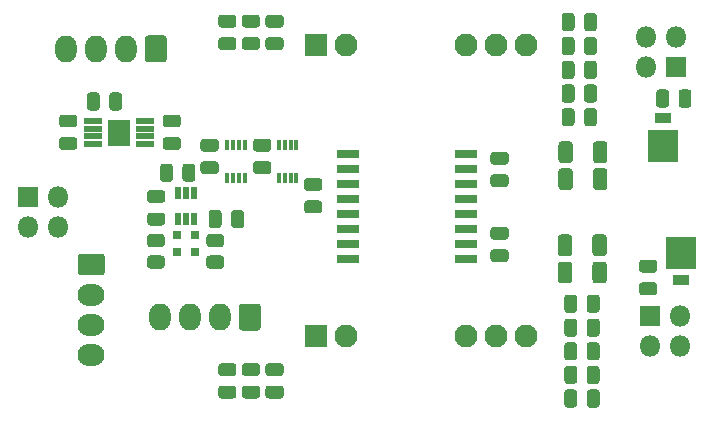
<source format=gts>
G04 #@! TF.GenerationSoftware,KiCad,Pcbnew,(5.1.6)-1*
G04 #@! TF.CreationDate,2021-04-15T23:13:23+02:00*
G04 #@! TF.ProjectId,GateDriver,47617465-4472-4697-9665-722e6b696361,rev?*
G04 #@! TF.SameCoordinates,Original*
G04 #@! TF.FileFunction,Soldermask,Top*
G04 #@! TF.FilePolarity,Negative*
%FSLAX46Y46*%
G04 Gerber Fmt 4.6, Leading zero omitted, Abs format (unit mm)*
G04 Created by KiCad (PCBNEW (5.1.6)-1) date 2021-04-15 23:13:23*
%MOMM*%
%LPD*%
G01*
G04 APERTURE LIST*
%ADD10R,1.370000X0.862000*%
%ADD11R,2.640000X2.770000*%
%ADD12O,1.800000X1.800000*%
%ADD13R,1.800000X1.800000*%
%ADD14O,1.840000X2.290000*%
%ADD15O,2.290000X1.840000*%
%ADD16R,0.800000X0.700000*%
%ADD17R,0.500000X1.000000*%
%ADD18R,0.400000X0.900000*%
%ADD19R,1.946000X2.250000*%
%ADD20R,1.500000X0.550000*%
%ADD21C,1.950000*%
%ADD22R,1.950000X1.950000*%
%ADD23R,1.900000X0.750000*%
G04 APERTURE END LIST*
D10*
X112625000Y-73701000D03*
D11*
X112625000Y-71350000D03*
D10*
X111100000Y-59974000D03*
D11*
X111100000Y-62325000D03*
D12*
X112590000Y-79240000D03*
X112590000Y-76700000D03*
X110050000Y-79240000D03*
D13*
X110050000Y-76700000D03*
D12*
X109685000Y-53110000D03*
X109685000Y-55650000D03*
X112225000Y-53110000D03*
D13*
X112225000Y-55650000D03*
D12*
X59890000Y-69190000D03*
X59890000Y-66650000D03*
X57350000Y-69190000D03*
D13*
X57350000Y-66650000D03*
D14*
X60580000Y-54100000D03*
X63120000Y-54100000D03*
X65660000Y-54100000D03*
G36*
G01*
X69120000Y-53219367D02*
X69120000Y-54980633D01*
G75*
G02*
X68855633Y-55245000I-264367J0D01*
G01*
X67544367Y-55245000D01*
G75*
G02*
X67280000Y-54980633I0J264367D01*
G01*
X67280000Y-53219367D01*
G75*
G02*
X67544367Y-52955000I264367J0D01*
G01*
X68855633Y-52955000D01*
G75*
G02*
X69120000Y-53219367I0J-264367D01*
G01*
G37*
X68530000Y-76800000D03*
X71070000Y-76800000D03*
X73610000Y-76800000D03*
G36*
G01*
X77070000Y-75919367D02*
X77070000Y-77680633D01*
G75*
G02*
X76805633Y-77945000I-264367J0D01*
G01*
X75494367Y-77945000D01*
G75*
G02*
X75230000Y-77680633I0J264367D01*
G01*
X75230000Y-75919367D01*
G75*
G02*
X75494367Y-75655000I264367J0D01*
G01*
X76805633Y-75655000D01*
G75*
G02*
X77070000Y-75919367I0J-264367D01*
G01*
G37*
D15*
X62750000Y-79970000D03*
X62750000Y-77430000D03*
X62750000Y-74890000D03*
G36*
G01*
X61869367Y-71430000D02*
X63630633Y-71430000D01*
G75*
G02*
X63895000Y-71694367I0J-264367D01*
G01*
X63895000Y-73005633D01*
G75*
G02*
X63630633Y-73270000I-264367J0D01*
G01*
X61869367Y-73270000D01*
G75*
G02*
X61605000Y-73005633I0J264367D01*
G01*
X61605000Y-71694367D01*
G75*
G02*
X61869367Y-71430000I264367J0D01*
G01*
G37*
D16*
X71475000Y-71250000D03*
X71475000Y-69850000D03*
X69950000Y-69850000D03*
X69950000Y-71250000D03*
G36*
G01*
X68725000Y-67150000D02*
X67725000Y-67150000D01*
G75*
G02*
X67450000Y-66875000I0J275000D01*
G01*
X67450000Y-66325000D01*
G75*
G02*
X67725000Y-66050000I275000J0D01*
G01*
X68725000Y-66050000D01*
G75*
G02*
X69000000Y-66325000I0J-275000D01*
G01*
X69000000Y-66875000D01*
G75*
G02*
X68725000Y-67150000I-275000J0D01*
G01*
G37*
G36*
G01*
X68725000Y-69050000D02*
X67725000Y-69050000D01*
G75*
G02*
X67450000Y-68775000I0J275000D01*
G01*
X67450000Y-68225000D01*
G75*
G02*
X67725000Y-67950000I275000J0D01*
G01*
X68725000Y-67950000D01*
G75*
G02*
X69000000Y-68225000I0J-275000D01*
G01*
X69000000Y-68775000D01*
G75*
G02*
X68725000Y-69050000I-275000J0D01*
G01*
G37*
G36*
G01*
X74575000Y-69000000D02*
X74575000Y-68000000D01*
G75*
G02*
X74850000Y-67725000I275000J0D01*
G01*
X75400000Y-67725000D01*
G75*
G02*
X75675000Y-68000000I0J-275000D01*
G01*
X75675000Y-69000000D01*
G75*
G02*
X75400000Y-69275000I-275000J0D01*
G01*
X74850000Y-69275000D01*
G75*
G02*
X74575000Y-69000000I0J275000D01*
G01*
G37*
G36*
G01*
X72675000Y-69000000D02*
X72675000Y-68000000D01*
G75*
G02*
X72950000Y-67725000I275000J0D01*
G01*
X73500000Y-67725000D01*
G75*
G02*
X73775000Y-68000000I0J-275000D01*
G01*
X73775000Y-69000000D01*
G75*
G02*
X73500000Y-69275000I-275000J0D01*
G01*
X72950000Y-69275000D01*
G75*
G02*
X72675000Y-69000000I0J275000D01*
G01*
G37*
G36*
G01*
X72749389Y-71587500D02*
X73700611Y-71587500D01*
G75*
G02*
X73975000Y-71861889I0J-274389D01*
G01*
X73975000Y-72438111D01*
G75*
G02*
X73700611Y-72712500I-274389J0D01*
G01*
X72749389Y-72712500D01*
G75*
G02*
X72475000Y-72438111I0J274389D01*
G01*
X72475000Y-71861889D01*
G75*
G02*
X72749389Y-71587500I274389J0D01*
G01*
G37*
G36*
G01*
X72749389Y-69762500D02*
X73700611Y-69762500D01*
G75*
G02*
X73975000Y-70036889I0J-274389D01*
G01*
X73975000Y-70613111D01*
G75*
G02*
X73700611Y-70887500I-274389J0D01*
G01*
X72749389Y-70887500D01*
G75*
G02*
X72475000Y-70613111I0J274389D01*
G01*
X72475000Y-70036889D01*
G75*
G02*
X72749389Y-69762500I274389J0D01*
G01*
G37*
G36*
G01*
X67724389Y-71587500D02*
X68675611Y-71587500D01*
G75*
G02*
X68950000Y-71861889I0J-274389D01*
G01*
X68950000Y-72438111D01*
G75*
G02*
X68675611Y-72712500I-274389J0D01*
G01*
X67724389Y-72712500D01*
G75*
G02*
X67450000Y-72438111I0J274389D01*
G01*
X67450000Y-71861889D01*
G75*
G02*
X67724389Y-71587500I274389J0D01*
G01*
G37*
G36*
G01*
X67724389Y-69762500D02*
X68675611Y-69762500D01*
G75*
G02*
X68950000Y-70036889I0J-274389D01*
G01*
X68950000Y-70613111D01*
G75*
G02*
X68675611Y-70887500I-274389J0D01*
G01*
X67724389Y-70887500D01*
G75*
G02*
X67450000Y-70613111I0J274389D01*
G01*
X67450000Y-70036889D01*
G75*
G02*
X67724389Y-69762500I274389J0D01*
G01*
G37*
D17*
X71400000Y-68500000D03*
X71400000Y-66300000D03*
X70750000Y-68500000D03*
X70750000Y-66300000D03*
X70100000Y-68500000D03*
X70100000Y-66300000D03*
D18*
X75750000Y-65050000D03*
X75750000Y-62250000D03*
X75250000Y-65050000D03*
X75250000Y-62250000D03*
X74750000Y-65050000D03*
X74750000Y-62250000D03*
X74250000Y-65050000D03*
X74250000Y-62250000D03*
X80100000Y-65050000D03*
X80100000Y-62250000D03*
X79600000Y-65050000D03*
X79600000Y-62250000D03*
X79100000Y-65050000D03*
X79100000Y-62250000D03*
X78600000Y-65050000D03*
X78600000Y-62250000D03*
D19*
X65100000Y-61175000D03*
D20*
X62900000Y-62150000D03*
X67300000Y-62150000D03*
X62900000Y-61500000D03*
X67300000Y-61500000D03*
X62900000Y-60850000D03*
X67300000Y-60850000D03*
X62900000Y-60200000D03*
X67300000Y-60200000D03*
G36*
G01*
X103462500Y-72372221D02*
X103462500Y-73677779D01*
G75*
G02*
X103190279Y-73950000I-272221J0D01*
G01*
X102509721Y-73950000D01*
G75*
G02*
X102237500Y-73677779I0J272221D01*
G01*
X102237500Y-72372221D01*
G75*
G02*
X102509721Y-72100000I272221J0D01*
G01*
X103190279Y-72100000D01*
G75*
G02*
X103462500Y-72372221I0J-272221D01*
G01*
G37*
G36*
G01*
X106387500Y-72372221D02*
X106387500Y-73677779D01*
G75*
G02*
X106115279Y-73950000I-272221J0D01*
G01*
X105434721Y-73950000D01*
G75*
G02*
X105162500Y-73677779I0J272221D01*
G01*
X105162500Y-72372221D01*
G75*
G02*
X105434721Y-72100000I272221J0D01*
G01*
X106115279Y-72100000D01*
G75*
G02*
X106387500Y-72372221I0J-272221D01*
G01*
G37*
G36*
G01*
X103462500Y-70072221D02*
X103462500Y-71377779D01*
G75*
G02*
X103190279Y-71650000I-272221J0D01*
G01*
X102509721Y-71650000D01*
G75*
G02*
X102237500Y-71377779I0J272221D01*
G01*
X102237500Y-70072221D01*
G75*
G02*
X102509721Y-69800000I272221J0D01*
G01*
X103190279Y-69800000D01*
G75*
G02*
X103462500Y-70072221I0J-272221D01*
G01*
G37*
G36*
G01*
X106387500Y-70072221D02*
X106387500Y-71377779D01*
G75*
G02*
X106115279Y-71650000I-272221J0D01*
G01*
X105434721Y-71650000D01*
G75*
G02*
X105162500Y-71377779I0J272221D01*
G01*
X105162500Y-70072221D01*
G75*
G02*
X105434721Y-69800000I272221J0D01*
G01*
X106115279Y-69800000D01*
G75*
G02*
X106387500Y-70072221I0J-272221D01*
G01*
G37*
G36*
G01*
X103512500Y-62197221D02*
X103512500Y-63502779D01*
G75*
G02*
X103240279Y-63775000I-272221J0D01*
G01*
X102559721Y-63775000D01*
G75*
G02*
X102287500Y-63502779I0J272221D01*
G01*
X102287500Y-62197221D01*
G75*
G02*
X102559721Y-61925000I272221J0D01*
G01*
X103240279Y-61925000D01*
G75*
G02*
X103512500Y-62197221I0J-272221D01*
G01*
G37*
G36*
G01*
X106437500Y-62197221D02*
X106437500Y-63502779D01*
G75*
G02*
X106165279Y-63775000I-272221J0D01*
G01*
X105484721Y-63775000D01*
G75*
G02*
X105212500Y-63502779I0J272221D01*
G01*
X105212500Y-62197221D01*
G75*
G02*
X105484721Y-61925000I272221J0D01*
G01*
X106165279Y-61925000D01*
G75*
G02*
X106437500Y-62197221I0J-272221D01*
G01*
G37*
G36*
G01*
X103500000Y-64472221D02*
X103500000Y-65777779D01*
G75*
G02*
X103227779Y-66050000I-272221J0D01*
G01*
X102547221Y-66050000D01*
G75*
G02*
X102275000Y-65777779I0J272221D01*
G01*
X102275000Y-64472221D01*
G75*
G02*
X102547221Y-64200000I272221J0D01*
G01*
X103227779Y-64200000D01*
G75*
G02*
X103500000Y-64472221I0J-272221D01*
G01*
G37*
G36*
G01*
X106425000Y-64472221D02*
X106425000Y-65777779D01*
G75*
G02*
X106152779Y-66050000I-272221J0D01*
G01*
X105472221Y-66050000D01*
G75*
G02*
X105200000Y-65777779I0J272221D01*
G01*
X105200000Y-64472221D01*
G75*
G02*
X105472221Y-64200000I272221J0D01*
G01*
X106152779Y-64200000D01*
G75*
G02*
X106425000Y-64472221I0J-272221D01*
G01*
G37*
G36*
G01*
X76700000Y-63600000D02*
X77700000Y-63600000D01*
G75*
G02*
X77975000Y-63875000I0J-275000D01*
G01*
X77975000Y-64425000D01*
G75*
G02*
X77700000Y-64700000I-275000J0D01*
G01*
X76700000Y-64700000D01*
G75*
G02*
X76425000Y-64425000I0J275000D01*
G01*
X76425000Y-63875000D01*
G75*
G02*
X76700000Y-63600000I275000J0D01*
G01*
G37*
G36*
G01*
X76700000Y-61700000D02*
X77700000Y-61700000D01*
G75*
G02*
X77975000Y-61975000I0J-275000D01*
G01*
X77975000Y-62525000D01*
G75*
G02*
X77700000Y-62800000I-275000J0D01*
G01*
X76700000Y-62800000D01*
G75*
G02*
X76425000Y-62525000I0J275000D01*
G01*
X76425000Y-61975000D01*
G75*
G02*
X76700000Y-61700000I275000J0D01*
G01*
G37*
G36*
G01*
X72250000Y-63600000D02*
X73250000Y-63600000D01*
G75*
G02*
X73525000Y-63875000I0J-275000D01*
G01*
X73525000Y-64425000D01*
G75*
G02*
X73250000Y-64700000I-275000J0D01*
G01*
X72250000Y-64700000D01*
G75*
G02*
X71975000Y-64425000I0J275000D01*
G01*
X71975000Y-63875000D01*
G75*
G02*
X72250000Y-63600000I275000J0D01*
G01*
G37*
G36*
G01*
X72250000Y-61700000D02*
X73250000Y-61700000D01*
G75*
G02*
X73525000Y-61975000I0J-275000D01*
G01*
X73525000Y-62525000D01*
G75*
G02*
X73250000Y-62800000I-275000J0D01*
G01*
X72250000Y-62800000D01*
G75*
G02*
X71975000Y-62525000I0J275000D01*
G01*
X71975000Y-61975000D01*
G75*
G02*
X72250000Y-61700000I275000J0D01*
G01*
G37*
G36*
G01*
X69650000Y-64075000D02*
X69650000Y-65075000D01*
G75*
G02*
X69375000Y-65350000I-275000J0D01*
G01*
X68825000Y-65350000D01*
G75*
G02*
X68550000Y-65075000I0J275000D01*
G01*
X68550000Y-64075000D01*
G75*
G02*
X68825000Y-63800000I275000J0D01*
G01*
X69375000Y-63800000D01*
G75*
G02*
X69650000Y-64075000I0J-275000D01*
G01*
G37*
G36*
G01*
X71550000Y-64075000D02*
X71550000Y-65075000D01*
G75*
G02*
X71275000Y-65350000I-275000J0D01*
G01*
X70725000Y-65350000D01*
G75*
G02*
X70450000Y-65075000I0J275000D01*
G01*
X70450000Y-64075000D01*
G75*
G02*
X70725000Y-63800000I275000J0D01*
G01*
X71275000Y-63800000D01*
G75*
G02*
X71550000Y-64075000I0J-275000D01*
G01*
G37*
G36*
G01*
X103875000Y-75175000D02*
X103875000Y-76175000D01*
G75*
G02*
X103600000Y-76450000I-275000J0D01*
G01*
X103050000Y-76450000D01*
G75*
G02*
X102775000Y-76175000I0J275000D01*
G01*
X102775000Y-75175000D01*
G75*
G02*
X103050000Y-74900000I275000J0D01*
G01*
X103600000Y-74900000D01*
G75*
G02*
X103875000Y-75175000I0J-275000D01*
G01*
G37*
G36*
G01*
X105775000Y-75175000D02*
X105775000Y-76175000D01*
G75*
G02*
X105500000Y-76450000I-275000J0D01*
G01*
X104950000Y-76450000D01*
G75*
G02*
X104675000Y-76175000I0J275000D01*
G01*
X104675000Y-75175000D01*
G75*
G02*
X104950000Y-74900000I275000J0D01*
G01*
X105500000Y-74900000D01*
G75*
G02*
X105775000Y-75175000I0J-275000D01*
G01*
G37*
G36*
G01*
X103875000Y-77200000D02*
X103875000Y-78200000D01*
G75*
G02*
X103600000Y-78475000I-275000J0D01*
G01*
X103050000Y-78475000D01*
G75*
G02*
X102775000Y-78200000I0J275000D01*
G01*
X102775000Y-77200000D01*
G75*
G02*
X103050000Y-76925000I275000J0D01*
G01*
X103600000Y-76925000D01*
G75*
G02*
X103875000Y-77200000I0J-275000D01*
G01*
G37*
G36*
G01*
X105775000Y-77200000D02*
X105775000Y-78200000D01*
G75*
G02*
X105500000Y-78475000I-275000J0D01*
G01*
X104950000Y-78475000D01*
G75*
G02*
X104675000Y-78200000I0J275000D01*
G01*
X104675000Y-77200000D01*
G75*
G02*
X104950000Y-76925000I275000J0D01*
G01*
X105500000Y-76925000D01*
G75*
G02*
X105775000Y-77200000I0J-275000D01*
G01*
G37*
G36*
G01*
X103875000Y-79200000D02*
X103875000Y-80200000D01*
G75*
G02*
X103600000Y-80475000I-275000J0D01*
G01*
X103050000Y-80475000D01*
G75*
G02*
X102775000Y-80200000I0J275000D01*
G01*
X102775000Y-79200000D01*
G75*
G02*
X103050000Y-78925000I275000J0D01*
G01*
X103600000Y-78925000D01*
G75*
G02*
X103875000Y-79200000I0J-275000D01*
G01*
G37*
G36*
G01*
X105775000Y-79200000D02*
X105775000Y-80200000D01*
G75*
G02*
X105500000Y-80475000I-275000J0D01*
G01*
X104950000Y-80475000D01*
G75*
G02*
X104675000Y-80200000I0J275000D01*
G01*
X104675000Y-79200000D01*
G75*
G02*
X104950000Y-78925000I275000J0D01*
G01*
X105500000Y-78925000D01*
G75*
G02*
X105775000Y-79200000I0J-275000D01*
G01*
G37*
G36*
G01*
X103875000Y-81200000D02*
X103875000Y-82200000D01*
G75*
G02*
X103600000Y-82475000I-275000J0D01*
G01*
X103050000Y-82475000D01*
G75*
G02*
X102775000Y-82200000I0J275000D01*
G01*
X102775000Y-81200000D01*
G75*
G02*
X103050000Y-80925000I275000J0D01*
G01*
X103600000Y-80925000D01*
G75*
G02*
X103875000Y-81200000I0J-275000D01*
G01*
G37*
G36*
G01*
X105775000Y-81200000D02*
X105775000Y-82200000D01*
G75*
G02*
X105500000Y-82475000I-275000J0D01*
G01*
X104950000Y-82475000D01*
G75*
G02*
X104675000Y-82200000I0J275000D01*
G01*
X104675000Y-81200000D01*
G75*
G02*
X104950000Y-80925000I275000J0D01*
G01*
X105500000Y-80925000D01*
G75*
G02*
X105775000Y-81200000I0J-275000D01*
G01*
G37*
G36*
G01*
X103875000Y-83200000D02*
X103875000Y-84200000D01*
G75*
G02*
X103600000Y-84475000I-275000J0D01*
G01*
X103050000Y-84475000D01*
G75*
G02*
X102775000Y-84200000I0J275000D01*
G01*
X102775000Y-83200000D01*
G75*
G02*
X103050000Y-82925000I275000J0D01*
G01*
X103600000Y-82925000D01*
G75*
G02*
X103875000Y-83200000I0J-275000D01*
G01*
G37*
G36*
G01*
X105775000Y-83200000D02*
X105775000Y-84200000D01*
G75*
G02*
X105500000Y-84475000I-275000J0D01*
G01*
X104950000Y-84475000D01*
G75*
G02*
X104675000Y-84200000I0J275000D01*
G01*
X104675000Y-83200000D01*
G75*
G02*
X104950000Y-82925000I275000J0D01*
G01*
X105500000Y-82925000D01*
G75*
G02*
X105775000Y-83200000I0J-275000D01*
G01*
G37*
G36*
G01*
X77750000Y-82600000D02*
X78750000Y-82600000D01*
G75*
G02*
X79025000Y-82875000I0J-275000D01*
G01*
X79025000Y-83425000D01*
G75*
G02*
X78750000Y-83700000I-275000J0D01*
G01*
X77750000Y-83700000D01*
G75*
G02*
X77475000Y-83425000I0J275000D01*
G01*
X77475000Y-82875000D01*
G75*
G02*
X77750000Y-82600000I275000J0D01*
G01*
G37*
G36*
G01*
X77750000Y-80700000D02*
X78750000Y-80700000D01*
G75*
G02*
X79025000Y-80975000I0J-275000D01*
G01*
X79025000Y-81525000D01*
G75*
G02*
X78750000Y-81800000I-275000J0D01*
G01*
X77750000Y-81800000D01*
G75*
G02*
X77475000Y-81525000I0J275000D01*
G01*
X77475000Y-80975000D01*
G75*
G02*
X77750000Y-80700000I275000J0D01*
G01*
G37*
G36*
G01*
X75750000Y-82600000D02*
X76750000Y-82600000D01*
G75*
G02*
X77025000Y-82875000I0J-275000D01*
G01*
X77025000Y-83425000D01*
G75*
G02*
X76750000Y-83700000I-275000J0D01*
G01*
X75750000Y-83700000D01*
G75*
G02*
X75475000Y-83425000I0J275000D01*
G01*
X75475000Y-82875000D01*
G75*
G02*
X75750000Y-82600000I275000J0D01*
G01*
G37*
G36*
G01*
X75750000Y-80700000D02*
X76750000Y-80700000D01*
G75*
G02*
X77025000Y-80975000I0J-275000D01*
G01*
X77025000Y-81525000D01*
G75*
G02*
X76750000Y-81800000I-275000J0D01*
G01*
X75750000Y-81800000D01*
G75*
G02*
X75475000Y-81525000I0J275000D01*
G01*
X75475000Y-80975000D01*
G75*
G02*
X75750000Y-80700000I275000J0D01*
G01*
G37*
G36*
G01*
X73750000Y-82600000D02*
X74750000Y-82600000D01*
G75*
G02*
X75025000Y-82875000I0J-275000D01*
G01*
X75025000Y-83425000D01*
G75*
G02*
X74750000Y-83700000I-275000J0D01*
G01*
X73750000Y-83700000D01*
G75*
G02*
X73475000Y-83425000I0J275000D01*
G01*
X73475000Y-82875000D01*
G75*
G02*
X73750000Y-82600000I275000J0D01*
G01*
G37*
G36*
G01*
X73750000Y-80700000D02*
X74750000Y-80700000D01*
G75*
G02*
X75025000Y-80975000I0J-275000D01*
G01*
X75025000Y-81525000D01*
G75*
G02*
X74750000Y-81800000I-275000J0D01*
G01*
X73750000Y-81800000D01*
G75*
G02*
X73475000Y-81525000I0J275000D01*
G01*
X73475000Y-80975000D01*
G75*
G02*
X73750000Y-80700000I275000J0D01*
G01*
G37*
G36*
G01*
X110375000Y-73050000D02*
X109375000Y-73050000D01*
G75*
G02*
X109100000Y-72775000I0J275000D01*
G01*
X109100000Y-72225000D01*
G75*
G02*
X109375000Y-71950000I275000J0D01*
G01*
X110375000Y-71950000D01*
G75*
G02*
X110650000Y-72225000I0J-275000D01*
G01*
X110650000Y-72775000D01*
G75*
G02*
X110375000Y-73050000I-275000J0D01*
G01*
G37*
G36*
G01*
X110375000Y-74950000D02*
X109375000Y-74950000D01*
G75*
G02*
X109100000Y-74675000I0J275000D01*
G01*
X109100000Y-74125000D01*
G75*
G02*
X109375000Y-73850000I275000J0D01*
G01*
X110375000Y-73850000D01*
G75*
G02*
X110650000Y-74125000I0J-275000D01*
G01*
X110650000Y-74675000D01*
G75*
G02*
X110375000Y-74950000I-275000J0D01*
G01*
G37*
G36*
G01*
X97800000Y-70250000D02*
X96800000Y-70250000D01*
G75*
G02*
X96525000Y-69975000I0J275000D01*
G01*
X96525000Y-69425000D01*
G75*
G02*
X96800000Y-69150000I275000J0D01*
G01*
X97800000Y-69150000D01*
G75*
G02*
X98075000Y-69425000I0J-275000D01*
G01*
X98075000Y-69975000D01*
G75*
G02*
X97800000Y-70250000I-275000J0D01*
G01*
G37*
G36*
G01*
X97800000Y-72150000D02*
X96800000Y-72150000D01*
G75*
G02*
X96525000Y-71875000I0J275000D01*
G01*
X96525000Y-71325000D01*
G75*
G02*
X96800000Y-71050000I275000J0D01*
G01*
X97800000Y-71050000D01*
G75*
G02*
X98075000Y-71325000I0J-275000D01*
G01*
X98075000Y-71875000D01*
G75*
G02*
X97800000Y-72150000I-275000J0D01*
G01*
G37*
G36*
G01*
X81025000Y-66925000D02*
X82025000Y-66925000D01*
G75*
G02*
X82300000Y-67200000I0J-275000D01*
G01*
X82300000Y-67750000D01*
G75*
G02*
X82025000Y-68025000I-275000J0D01*
G01*
X81025000Y-68025000D01*
G75*
G02*
X80750000Y-67750000I0J275000D01*
G01*
X80750000Y-67200000D01*
G75*
G02*
X81025000Y-66925000I275000J0D01*
G01*
G37*
G36*
G01*
X81025000Y-65025000D02*
X82025000Y-65025000D01*
G75*
G02*
X82300000Y-65300000I0J-275000D01*
G01*
X82300000Y-65850000D01*
G75*
G02*
X82025000Y-66125000I-275000J0D01*
G01*
X81025000Y-66125000D01*
G75*
G02*
X80750000Y-65850000I0J275000D01*
G01*
X80750000Y-65300000D01*
G75*
G02*
X81025000Y-65025000I275000J0D01*
G01*
G37*
G36*
G01*
X97800000Y-63900000D02*
X96800000Y-63900000D01*
G75*
G02*
X96525000Y-63625000I0J275000D01*
G01*
X96525000Y-63075000D01*
G75*
G02*
X96800000Y-62800000I275000J0D01*
G01*
X97800000Y-62800000D01*
G75*
G02*
X98075000Y-63075000I0J-275000D01*
G01*
X98075000Y-63625000D01*
G75*
G02*
X97800000Y-63900000I-275000J0D01*
G01*
G37*
G36*
G01*
X97800000Y-65800000D02*
X96800000Y-65800000D01*
G75*
G02*
X96525000Y-65525000I0J275000D01*
G01*
X96525000Y-64975000D01*
G75*
G02*
X96800000Y-64700000I275000J0D01*
G01*
X97800000Y-64700000D01*
G75*
G02*
X98075000Y-64975000I0J-275000D01*
G01*
X98075000Y-65525000D01*
G75*
G02*
X97800000Y-65800000I-275000J0D01*
G01*
G37*
G36*
G01*
X112450000Y-58800000D02*
X112450000Y-57800000D01*
G75*
G02*
X112725000Y-57525000I275000J0D01*
G01*
X113275000Y-57525000D01*
G75*
G02*
X113550000Y-57800000I0J-275000D01*
G01*
X113550000Y-58800000D01*
G75*
G02*
X113275000Y-59075000I-275000J0D01*
G01*
X112725000Y-59075000D01*
G75*
G02*
X112450000Y-58800000I0J275000D01*
G01*
G37*
G36*
G01*
X110550000Y-58800000D02*
X110550000Y-57800000D01*
G75*
G02*
X110825000Y-57525000I275000J0D01*
G01*
X111375000Y-57525000D01*
G75*
G02*
X111650000Y-57800000I0J-275000D01*
G01*
X111650000Y-58800000D01*
G75*
G02*
X111375000Y-59075000I-275000J0D01*
G01*
X110825000Y-59075000D01*
G75*
G02*
X110550000Y-58800000I0J275000D01*
G01*
G37*
G36*
G01*
X70050000Y-60750000D02*
X69050000Y-60750000D01*
G75*
G02*
X68775000Y-60475000I0J275000D01*
G01*
X68775000Y-59925000D01*
G75*
G02*
X69050000Y-59650000I275000J0D01*
G01*
X70050000Y-59650000D01*
G75*
G02*
X70325000Y-59925000I0J-275000D01*
G01*
X70325000Y-60475000D01*
G75*
G02*
X70050000Y-60750000I-275000J0D01*
G01*
G37*
G36*
G01*
X70050000Y-62650000D02*
X69050000Y-62650000D01*
G75*
G02*
X68775000Y-62375000I0J275000D01*
G01*
X68775000Y-61825000D01*
G75*
G02*
X69050000Y-61550000I275000J0D01*
G01*
X70050000Y-61550000D01*
G75*
G02*
X70325000Y-61825000I0J-275000D01*
G01*
X70325000Y-62375000D01*
G75*
G02*
X70050000Y-62650000I-275000J0D01*
G01*
G37*
G36*
G01*
X63450000Y-58050000D02*
X63450000Y-59050000D01*
G75*
G02*
X63175000Y-59325000I-275000J0D01*
G01*
X62625000Y-59325000D01*
G75*
G02*
X62350000Y-59050000I0J275000D01*
G01*
X62350000Y-58050000D01*
G75*
G02*
X62625000Y-57775000I275000J0D01*
G01*
X63175000Y-57775000D01*
G75*
G02*
X63450000Y-58050000I0J-275000D01*
G01*
G37*
G36*
G01*
X65350000Y-58050000D02*
X65350000Y-59050000D01*
G75*
G02*
X65075000Y-59325000I-275000J0D01*
G01*
X64525000Y-59325000D01*
G75*
G02*
X64250000Y-59050000I0J275000D01*
G01*
X64250000Y-58050000D01*
G75*
G02*
X64525000Y-57775000I275000J0D01*
G01*
X65075000Y-57775000D01*
G75*
G02*
X65350000Y-58050000I0J-275000D01*
G01*
G37*
G36*
G01*
X61275000Y-60750000D02*
X60275000Y-60750000D01*
G75*
G02*
X60000000Y-60475000I0J275000D01*
G01*
X60000000Y-59925000D01*
G75*
G02*
X60275000Y-59650000I275000J0D01*
G01*
X61275000Y-59650000D01*
G75*
G02*
X61550000Y-59925000I0J-275000D01*
G01*
X61550000Y-60475000D01*
G75*
G02*
X61275000Y-60750000I-275000J0D01*
G01*
G37*
G36*
G01*
X61275000Y-62650000D02*
X60275000Y-62650000D01*
G75*
G02*
X60000000Y-62375000I0J275000D01*
G01*
X60000000Y-61825000D01*
G75*
G02*
X60275000Y-61550000I275000J0D01*
G01*
X61275000Y-61550000D01*
G75*
G02*
X61550000Y-61825000I0J-275000D01*
G01*
X61550000Y-62375000D01*
G75*
G02*
X61275000Y-62650000I-275000J0D01*
G01*
G37*
G36*
G01*
X103650000Y-59375000D02*
X103650000Y-60375000D01*
G75*
G02*
X103375000Y-60650000I-275000J0D01*
G01*
X102825000Y-60650000D01*
G75*
G02*
X102550000Y-60375000I0J275000D01*
G01*
X102550000Y-59375000D01*
G75*
G02*
X102825000Y-59100000I275000J0D01*
G01*
X103375000Y-59100000D01*
G75*
G02*
X103650000Y-59375000I0J-275000D01*
G01*
G37*
G36*
G01*
X105550000Y-59375000D02*
X105550000Y-60375000D01*
G75*
G02*
X105275000Y-60650000I-275000J0D01*
G01*
X104725000Y-60650000D01*
G75*
G02*
X104450000Y-60375000I0J275000D01*
G01*
X104450000Y-59375000D01*
G75*
G02*
X104725000Y-59100000I275000J0D01*
G01*
X105275000Y-59100000D01*
G75*
G02*
X105550000Y-59375000I0J-275000D01*
G01*
G37*
G36*
G01*
X103650000Y-57375000D02*
X103650000Y-58375000D01*
G75*
G02*
X103375000Y-58650000I-275000J0D01*
G01*
X102825000Y-58650000D01*
G75*
G02*
X102550000Y-58375000I0J275000D01*
G01*
X102550000Y-57375000D01*
G75*
G02*
X102825000Y-57100000I275000J0D01*
G01*
X103375000Y-57100000D01*
G75*
G02*
X103650000Y-57375000I0J-275000D01*
G01*
G37*
G36*
G01*
X105550000Y-57375000D02*
X105550000Y-58375000D01*
G75*
G02*
X105275000Y-58650000I-275000J0D01*
G01*
X104725000Y-58650000D01*
G75*
G02*
X104450000Y-58375000I0J275000D01*
G01*
X104450000Y-57375000D01*
G75*
G02*
X104725000Y-57100000I275000J0D01*
G01*
X105275000Y-57100000D01*
G75*
G02*
X105550000Y-57375000I0J-275000D01*
G01*
G37*
G36*
G01*
X103650000Y-55375000D02*
X103650000Y-56375000D01*
G75*
G02*
X103375000Y-56650000I-275000J0D01*
G01*
X102825000Y-56650000D01*
G75*
G02*
X102550000Y-56375000I0J275000D01*
G01*
X102550000Y-55375000D01*
G75*
G02*
X102825000Y-55100000I275000J0D01*
G01*
X103375000Y-55100000D01*
G75*
G02*
X103650000Y-55375000I0J-275000D01*
G01*
G37*
G36*
G01*
X105550000Y-55375000D02*
X105550000Y-56375000D01*
G75*
G02*
X105275000Y-56650000I-275000J0D01*
G01*
X104725000Y-56650000D01*
G75*
G02*
X104450000Y-56375000I0J275000D01*
G01*
X104450000Y-55375000D01*
G75*
G02*
X104725000Y-55100000I275000J0D01*
G01*
X105275000Y-55100000D01*
G75*
G02*
X105550000Y-55375000I0J-275000D01*
G01*
G37*
G36*
G01*
X103650000Y-53350000D02*
X103650000Y-54350000D01*
G75*
G02*
X103375000Y-54625000I-275000J0D01*
G01*
X102825000Y-54625000D01*
G75*
G02*
X102550000Y-54350000I0J275000D01*
G01*
X102550000Y-53350000D01*
G75*
G02*
X102825000Y-53075000I275000J0D01*
G01*
X103375000Y-53075000D01*
G75*
G02*
X103650000Y-53350000I0J-275000D01*
G01*
G37*
G36*
G01*
X105550000Y-53350000D02*
X105550000Y-54350000D01*
G75*
G02*
X105275000Y-54625000I-275000J0D01*
G01*
X104725000Y-54625000D01*
G75*
G02*
X104450000Y-54350000I0J275000D01*
G01*
X104450000Y-53350000D01*
G75*
G02*
X104725000Y-53075000I275000J0D01*
G01*
X105275000Y-53075000D01*
G75*
G02*
X105550000Y-53350000I0J-275000D01*
G01*
G37*
G36*
G01*
X103650000Y-51325000D02*
X103650000Y-52325000D01*
G75*
G02*
X103375000Y-52600000I-275000J0D01*
G01*
X102825000Y-52600000D01*
G75*
G02*
X102550000Y-52325000I0J275000D01*
G01*
X102550000Y-51325000D01*
G75*
G02*
X102825000Y-51050000I275000J0D01*
G01*
X103375000Y-51050000D01*
G75*
G02*
X103650000Y-51325000I0J-275000D01*
G01*
G37*
G36*
G01*
X105550000Y-51325000D02*
X105550000Y-52325000D01*
G75*
G02*
X105275000Y-52600000I-275000J0D01*
G01*
X104725000Y-52600000D01*
G75*
G02*
X104450000Y-52325000I0J275000D01*
G01*
X104450000Y-51325000D01*
G75*
G02*
X104725000Y-51050000I275000J0D01*
G01*
X105275000Y-51050000D01*
G75*
G02*
X105550000Y-51325000I0J-275000D01*
G01*
G37*
G36*
G01*
X78750000Y-52300000D02*
X77750000Y-52300000D01*
G75*
G02*
X77475000Y-52025000I0J275000D01*
G01*
X77475000Y-51475000D01*
G75*
G02*
X77750000Y-51200000I275000J0D01*
G01*
X78750000Y-51200000D01*
G75*
G02*
X79025000Y-51475000I0J-275000D01*
G01*
X79025000Y-52025000D01*
G75*
G02*
X78750000Y-52300000I-275000J0D01*
G01*
G37*
G36*
G01*
X78750000Y-54200000D02*
X77750000Y-54200000D01*
G75*
G02*
X77475000Y-53925000I0J275000D01*
G01*
X77475000Y-53375000D01*
G75*
G02*
X77750000Y-53100000I275000J0D01*
G01*
X78750000Y-53100000D01*
G75*
G02*
X79025000Y-53375000I0J-275000D01*
G01*
X79025000Y-53925000D01*
G75*
G02*
X78750000Y-54200000I-275000J0D01*
G01*
G37*
G36*
G01*
X76750000Y-52300000D02*
X75750000Y-52300000D01*
G75*
G02*
X75475000Y-52025000I0J275000D01*
G01*
X75475000Y-51475000D01*
G75*
G02*
X75750000Y-51200000I275000J0D01*
G01*
X76750000Y-51200000D01*
G75*
G02*
X77025000Y-51475000I0J-275000D01*
G01*
X77025000Y-52025000D01*
G75*
G02*
X76750000Y-52300000I-275000J0D01*
G01*
G37*
G36*
G01*
X76750000Y-54200000D02*
X75750000Y-54200000D01*
G75*
G02*
X75475000Y-53925000I0J275000D01*
G01*
X75475000Y-53375000D01*
G75*
G02*
X75750000Y-53100000I275000J0D01*
G01*
X76750000Y-53100000D01*
G75*
G02*
X77025000Y-53375000I0J-275000D01*
G01*
X77025000Y-53925000D01*
G75*
G02*
X76750000Y-54200000I-275000J0D01*
G01*
G37*
G36*
G01*
X74750000Y-52300000D02*
X73750000Y-52300000D01*
G75*
G02*
X73475000Y-52025000I0J275000D01*
G01*
X73475000Y-51475000D01*
G75*
G02*
X73750000Y-51200000I275000J0D01*
G01*
X74750000Y-51200000D01*
G75*
G02*
X75025000Y-51475000I0J-275000D01*
G01*
X75025000Y-52025000D01*
G75*
G02*
X74750000Y-52300000I-275000J0D01*
G01*
G37*
G36*
G01*
X74750000Y-54200000D02*
X73750000Y-54200000D01*
G75*
G02*
X73475000Y-53925000I0J275000D01*
G01*
X73475000Y-53375000D01*
G75*
G02*
X73750000Y-53100000I275000J0D01*
G01*
X74750000Y-53100000D01*
G75*
G02*
X75025000Y-53375000I0J-275000D01*
G01*
X75025000Y-53925000D01*
G75*
G02*
X74750000Y-54200000I-275000J0D01*
G01*
G37*
D21*
X99580000Y-53800000D03*
X97040000Y-53800000D03*
X94500000Y-53800000D03*
X84340000Y-53800000D03*
D22*
X81800000Y-53800000D03*
X81800000Y-78400000D03*
D21*
X84340000Y-78400000D03*
X94500000Y-78400000D03*
X97040000Y-78400000D03*
X99580000Y-78400000D03*
D23*
X94475000Y-63030000D03*
X84475000Y-63030000D03*
X94475000Y-64300000D03*
X84475000Y-64300000D03*
X94475000Y-65570000D03*
X84475000Y-65570000D03*
X94475000Y-66840000D03*
X84475000Y-66840000D03*
X94475000Y-68110000D03*
X84475000Y-68110000D03*
X94475000Y-69380000D03*
X84475000Y-69380000D03*
X94475000Y-70650000D03*
X84475000Y-70650000D03*
X94475000Y-71920000D03*
X84475000Y-71920000D03*
M02*

</source>
